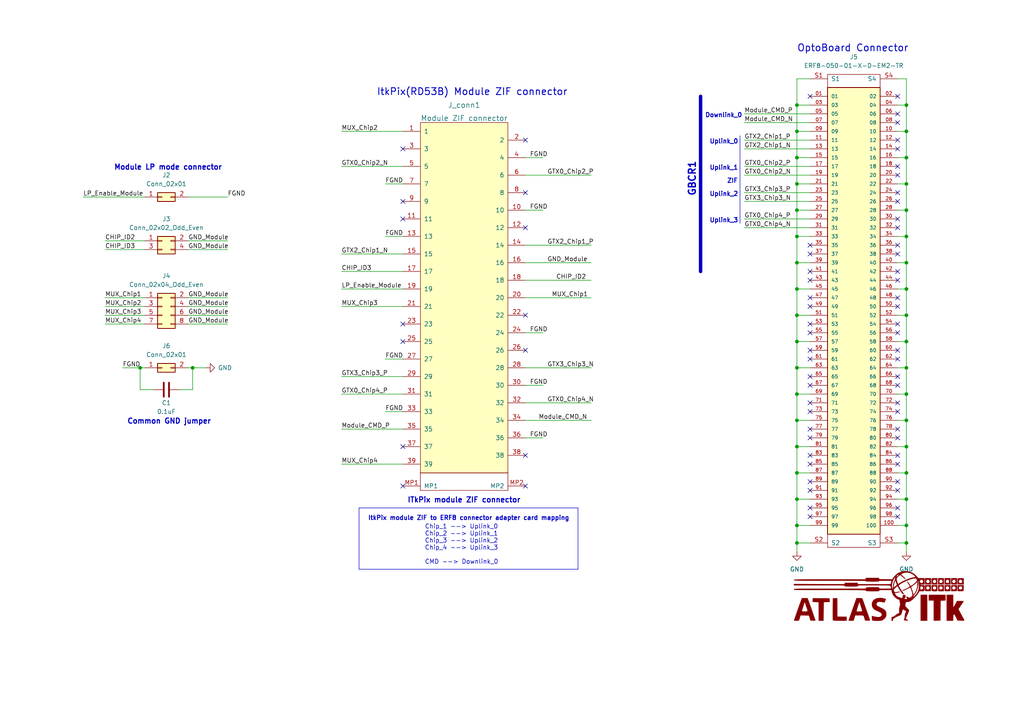
<source format=kicad_sch>
(kicad_sch (version 20230121) (generator eeschema)
  (paper "A4")
  (title_block (title "ZIF to ERF8 adapter card for ITkPix") (date "29/11/2022") (rev "V1") (company "INFN-LNF") (comment 1 "Email: zazachubin@gmail.com") (comment 2 "Author: Zaza Chubinidze"))
  (lib_symbols
    (symbol "Atlas_Itk_logo:LOGO" (pin_names (offset 1.016)))
    (symbol "Connector_Generic:Conn_02x01" (pin_names (offset 1.016) hide)
      (property "Reference" "J" (at 1.27 2.54 0))
      (property "Value" "Conn_02x01" (at 1.27 -2.54 0))
      (symbol "Conn_02x01_1_1"
        (pin passive line (at -5.08 0 0) (length 3.81) (name "Pin_1") (number "1"))
        (pin passive line (at 7.62 0 180) (length 3.81) (name "Pin_2") (number "2"))
      )
    )
    (symbol "Connector_Generic:Conn_02x02_Odd_Even" (pin_names (offset 1.016) hide)
      (property "Reference" "J" (at 1.27 2.54 0))
      (property "Value" "Conn_02x02_Odd_Even" (at 1.27 -5.08 0))
      (symbol "Conn_02x02_Odd_Even_1_1"
        (pin passive line (at -5.08 0 0) (length 3.81) (name "Pin_1") (number "1"))
        (pin passive line (at 7.62 0 180) (length 3.81) (name "Pin_2") (number "2"))
        (pin passive line (at -5.08 -2.54 0) (length 3.81) (name "Pin_3") (number "3"))
        (pin passive line (at 7.62 -2.54 180) (length 3.81) (name "Pin_4") (number "4"))
      )
    )
    (symbol "Connector_Generic:Conn_02x04_Odd_Even" (pin_names (offset 1.016) hide)
      (property "Reference" "J" (at 1.27 5.08 0))
      (property "Value" "Conn_02x04_Odd_Even" (at 1.27 -7.62 0))
      (symbol "Conn_02x04_Odd_Even_1_1"
        (pin passive line (at -5.08 2.54 0) (length 3.81) (name "Pin_1") (number "1"))
        (pin passive line (at 7.62 2.54 180) (length 3.81) (name "Pin_2") (number "2"))
        (pin passive line (at -5.08 0 0) (length 3.81) (name "Pin_3") (number "3"))
        (pin passive line (at 7.62 0 180) (length 3.81) (name "Pin_4") (number "4"))
        (pin passive line (at -5.08 -2.54 0) (length 3.81) (name "Pin_5") (number "5"))
        (pin passive line (at 7.62 -2.54 180) (length 3.81) (name "Pin_6") (number "6"))
        (pin passive line (at -5.08 -5.08 0) (length 3.81) (name "Pin_7") (number "7"))
        (pin passive line (at 7.62 -5.08 180) (length 3.81) (name "Pin_8") (number "8"))
      )
    )
    (symbol "Device:C" (pin_numbers hide) (pin_names (offset 0.254))
      (property "Reference" "C" (at 0.635 2.54 0))
      (property "Value" "C" (at 0.635 -2.54 0))
      (symbol "C_1_1"
        (pin passive line (at 0 3.81 270) (length 2.794) (name "~") (number "1"))
        (pin passive line (at 0 -3.81 90) (length 2.794) (name "~") (number "2"))
      )
    )
    (symbol "ERF8-050-01-X-D-EM2-TR:ERF8-050-01-X-D-EM2-TR" (pin_names (offset 1.016))
      (property "Reference" "J" (at -1.27 71.12 0))
      (property "Value" "ERF8-050-01-X-D-EM2-TR" (at -13.97 68.58 0))
      (symbol "ERF8-050-01-X-D-EM2-TR_0_0"
        (pin passive line (at -12.7 60.96 0) (length 5.08) (name "01") (number "01"))
        (pin passive line (at 12.7 60.96 180) (length 5.08) (name "02") (number "02"))
        (pin passive line (at -12.7 58.42 0) (length 5.08) (name "03") (number "03"))
        (pin passive line (at 12.7 58.42 180) (length 5.08) (name "04") (number "04"))
        (pin passive line (at -12.7 55.88 0) (length 5.08) (name "05") (number "05"))
        (pin passive line (at 12.7 55.88 180) (length 5.08) (name "06") (number "06"))
        (pin passive line (at -12.7 53.34 0) (length 5.08) (name "07") (number "07"))
        (pin passive line (at 12.7 53.34 180) (length 5.08) (name "08") (number "08"))
        (pin passive line (at -12.7 50.8 0) (length 5.08) (name "09") (number "09"))
        (pin passive line (at 12.7 50.8 180) (length 5.08) (name "10") (number "10"))
        (pin passive line (at 12.7 -63.5 180) (length 5.08) (name "100") (number "100"))
        (pin passive line (at -12.7 48.26 0) (length 5.08) (name "11") (number "11"))
        (pin passive line (at 12.7 48.26 180) (length 5.08) (name "12") (number "12"))
        (pin passive line (at -12.7 45.72 0) (length 5.08) (name "13") (number "13"))
        (pin passive line (at 12.7 45.72 180) (length 5.08) (name "14") (number "14"))
        (pin passive line (at -12.7 43.18 0) (length 5.08) (name "15") (number "15"))
        (pin passive line (at 12.7 43.18 180) (length 5.08) (name "16") (number "16"))
        (pin passive line (at -12.7 40.64 0) (length 5.08) (name "17") (number "17"))
        (pin passive line (at 12.7 40.64 180) (length 5.08) (name "18") (number "18"))
        (pin passive line (at -12.7 38.1 0) (length 5.08) (name "19") (number "19"))
        (pin passive line (at 12.7 38.1 180) (length 5.08) (name "20") (number "20"))
        (pin passive line (at -12.7 35.56 0) (length 5.08) (name "21") (number "21"))
        (pin passive line (at 12.7 35.56 180) (length 5.08) (name "22") (number "22"))
        (pin passive line (at -12.7 33.02 0) (length 5.08) (name "23") (number "23"))
        (pin passive line (at 12.7 33.02 180) (length 5.08) (name "24") (number "24"))
        (pin passive line (at -12.7 30.48 0) (length 5.08) (name "25") (number "25"))
        (pin passive line (at 12.7 30.48 180) (length 5.08) (name "26") (number "26"))
        (pin passive line (at -12.7 27.94 0) (length 5.08) (name "27") (number "27"))
        (pin passive line (at 12.7 27.94 180) (length 5.08) (name "28") (number "28"))
        (pin passive line (at -12.7 25.4 0) (length 5.08) (name "29") (number "29"))
        (pin passive line (at 12.7 25.4 180) (length 5.08) (name "30") (number "30"))
        (pin passive line (at -12.7 22.86 0) (length 5.08) (name "31") (number "31"))
        (pin passive line (at 12.7 22.86 180) (length 5.08) (name "32") (number "32"))
        (pin passive line (at -12.7 20.32 0) (length 5.08) (name "33") (number "33"))
        (pin passive line (at 12.7 20.32 180) (length 5.08) (name "34") (number "34"))
        (pin passive line (at -12.7 17.78 0) (length 5.08) (name "35") (number "35"))
        (pin passive line (at 12.7 17.78 180) (length 5.08) (name "36") (number "36"))
        (pin passive line (at -12.7 15.24 0) (length 5.08) (name "37") (number "37"))
        (pin passive line (at 12.7 15.24 180) (length 5.08) (name "38") (number "38"))
        (pin passive line (at -12.7 12.7 0) (length 5.08) (name "39") (number "39"))
        (pin passive line (at 12.7 12.7 180) (length 5.08) (name "40") (number "40"))
        (pin passive line (at -12.7 10.16 0) (length 5.08) (name "41") (number "41"))
        (pin passive line (at 12.7 10.16 180) (length 5.08) (name "42") (number "42"))
        (pin passive line (at -12.7 7.62 0) (length 5.08) (name "43") (number "43"))
        (pin passive line (at 12.7 7.62 180) (length 5.08) (name "44") (number "44"))
        (pin passive line (at -12.7 5.08 0) (length 5.08) (name "45") (number "45"))
        (pin passive line (at 12.7 5.08 180) (length 5.08) (name "46") (number "46"))
        (pin passive line (at -12.7 2.54 0) (length 5.08) (name "47") (number "47"))
        (pin passive line (at 12.7 2.54 180) (length 5.08) (name "48") (number "48"))
        (pin passive line (at -12.7 0 0) (length 5.08) (name "49") (number "49"))
        (pin passive line (at 12.7 0 180) (length 5.08) (name "50") (number "50"))
        (pin passive line (at -12.7 -2.54 0) (length 5.08) (name "51") (number "51"))
        (pin passive line (at 12.7 -2.54 180) (length 5.08) (name "52") (number "52"))
        (pin passive line (at -12.7 -5.08 0) (length 5.08) (name "53") (number "53"))
        (pin passive line (at 12.7 -5.08 180) (length 5.08) (name "54") (number "54"))
        (pin passive line (at -12.7 -7.62 0) (length 5.08) (name "55") (number "55"))
        (pin passive line (at 12.7 -7.62 180) (length 5.08) (name "56") (number "56"))
        (pin passive line (at -12.7 -10.16 0) (length 5.08) (name "57") (number "57"))
        (pin passive line (at 12.7 -10.16 180) (length 5.08) (name "58") (number "58"))
        (pin passive line (at -12.7 -12.7 0) (length 5.08) (name "59") (number "59"))
        (pin passive line (at 12.7 -12.7 180) (length 5.08) (name "60") (number "60"))
        (pin passive line (at -12.7 -15.24 0) (length 5.08) (name "61") (number "61"))
        (pin passive line (at 12.7 -15.24 180) (length 5.08) (name "62") (number "62"))
        (pin passive line (at -12.7 -17.78 0) (length 5.08) (name "63") (number "63"))
        (pin passive line (at 12.7 -17.78 180) (length 5.08) (name "64") (number "64"))
        (pin passive line (at -12.7 -20.32 0) (length 5.08) (name "65") (number "65"))
        (pin passive line (at 12.7 -20.32 180) (length 5.08) (name "66") (number "66"))
        (pin passive line (at -12.7 -22.86 0) (length 5.08) (name "67") (number "67"))
        (pin passive line (at 12.7 -22.86 180) (length 5.08) (name "68") (number "68"))
        (pin passive line (at -12.7 -25.4 0) (length 5.08) (name "69") (number "69"))
        (pin passive line (at 12.7 -25.4 180) (length 5.08) (name "70") (number "70"))
        (pin passive line (at -12.7 -27.94 0) (length 5.08) (name "71") (number "71"))
        (pin passive line (at 12.7 -27.94 180) (length 5.08) (name "72") (number "72"))
        (pin passive line (at -12.7 -30.48 0) (length 5.08) (name "73") (number "73"))
        (pin passive line (at 12.7 -30.48 180) (length 5.08) (name "74") (number "74"))
        (pin passive line (at -12.7 -33.02 0) (length 5.08) (name "75") (number "75"))
        (pin passive line (at 12.7 -33.02 180) (length 5.08) (name "76") (number "76"))
        (pin passive line (at -12.7 -35.56 0) (length 5.08) (name "77") (number "77"))
        (pin passive line (at 12.7 -35.56 180) (length 5.08) (name "78") (number "78"))
        (pin passive line (at -12.7 -38.1 0) (length 5.08) (name "79") (number "79"))
        (pin passive line (at 12.7 -38.1 180) (length 5.08) (name "80") (number "80"))
        (pin passive line (at -12.7 -40.64 0) (length 5.08) (name "81") (number "81"))
        (pin passive line (at 12.7 -40.64 180) (length 5.08) (name "82") (number "82"))
        (pin passive line (at -12.7 -43.18 0) (length 5.08) (name "83") (number "83"))
        (pin passive line (at 12.7 -43.18 180) (length 5.08) (name "84") (number "84"))
        (pin passive line (at -12.7 -45.72 0) (length 5.08) (name "85") (number "85"))
        (pin passive line (at 12.7 -45.72 180) (length 5.08) (name "86") (number "86"))
        (pin passive line (at -12.7 -48.26 0) (length 5.08) (name "87") (number "87"))
        (pin passive line (at 12.7 -48.26 180) (length 5.08) (name "88") (number "88"))
        (pin passive line (at -12.7 -50.8 0) (length 5.08) (name "89") (number "89"))
        (pin passive line (at 12.7 -50.8 180) (length 5.08) (name "90") (number "90"))
        (pin passive line (at -12.7 -53.34 0) (length 5.08) (name "91") (number "91"))
        (pin passive line (at 12.7 -53.34 180) (length 5.08) (name "92") (number "92"))
        (pin passive line (at -12.7 -55.88 0) (length 5.08) (name "93") (number "93"))
        (pin passive line (at 12.7 -55.88 180) (length 5.08) (name "94") (number "94"))
        (pin passive line (at -12.7 -58.42 0) (length 5.08) (name "95") (number "95"))
        (pin passive line (at 12.7 -58.42 180) (length 5.08) (name "96") (number "96"))
        (pin passive line (at -12.7 -60.96 0) (length 5.08) (name "97") (number "97"))
        (pin passive line (at 12.7 -60.96 180) (length 5.08) (name "98") (number "98"))
        (pin passive line (at -12.7 -63.5 0) (length 5.08) (name "99") (number "99"))
      )
      (symbol "ERF8-050-01-X-D-EM2-TR_1_1"
        (pin passive line (at -12.7 66.04 0) (length 5.08) (name "S1") (number "S1"))
        (pin passive line (at -12.7 -68.58 0) (length 5.08) (name "S2") (number "S2"))
        (pin passive line (at 12.7 -68.58 180) (length 5.08) (name "S3") (number "S3"))
        (pin passive line (at 12.7 66.04 180) (length 5.08) (name "S4") (number "S4"))
      )
    )
    (symbol "Molex-502598-3993:ConnSingle" (pin_names (offset 1.016))
      (property "Reference" "J_conn1" (at 2.54 63.5 0))
      (property "Value" "ConnSingle" (at 2.54 59.69 0))
      (symbol "ConnSingle_0_0"
        (pin bidirectional line (at -15.24 45.72 0) (length 5.08) (name "5") (number "5"))
      )
      (symbol "ConnSingle_1_1"
        (pin bidirectional line (at -15.24 55.88 0) (length 5.08) (name "1") (number "1"))
        (pin bidirectional line (at 20.32 33.02 180) (length 5.08) (name "10") (number "10"))
        (pin bidirectional line (at -15.24 30.48 0) (length 5.08) (name "11") (number "11"))
        (pin bidirectional line (at 20.32 27.94 180) (length 5.08) (name "12") (number "12"))
        (pin bidirectional line (at -15.24 25.4 0) (length 5.08) (name "13") (number "13"))
        (pin bidirectional line (at 20.32 22.86 180) (length 5.08) (name "14") (number "14"))
        (pin bidirectional line (at -15.24 20.32 0) (length 5.08) (name "15") (number "15"))
        (pin bidirectional line (at 20.32 17.78 180) (length 5.08) (name "16") (number "16"))
        (pin bidirectional line (at -15.24 15.24 0) (length 5.08) (name "17") (number "17"))
        (pin bidirectional line (at 20.32 12.7 180) (length 5.08) (name "18") (number "18"))
        (pin bidirectional line (at -15.24 10.16 0) (length 5.08) (name "19") (number "19"))
        (pin bidirectional line (at 20.32 53.34 180) (length 5.08) (name "2") (number "2"))
        (pin bidirectional line (at 20.32 7.62 180) (length 5.08) (name "20") (number "20"))
        (pin bidirectional line (at -15.24 5.08 0) (length 5.08) (name "21") (number "21"))
        (pin bidirectional line (at 20.32 2.54 180) (length 5.08) (name "22") (number "22"))
        (pin bidirectional line (at -15.24 0 0) (length 5.08) (name "23") (number "23"))
        (pin bidirectional line (at 20.32 -2.54 180) (length 5.08) (name "24") (number "24"))
        (pin bidirectional line (at -15.24 -5.08 0) (length 5.08) (name "25") (number "25"))
        (pin bidirectional line (at 20.32 -7.62 180) (length 5.08) (name "26") (number "26"))
        (pin bidirectional line (at -15.24 -10.16 0) (length 5.08) (name "27") (number "27"))
        (pin bidirectional line (at 20.32 -12.7 180) (length 5.08) (name "28") (number "28"))
        (pin bidirectional line (at -15.24 -15.24 0) (length 5.08) (name "29") (number "29"))
        (pin bidirectional line (at -15.24 50.8 0) (length 5.08) (name "3") (number "3"))
        (pin bidirectional line (at 20.32 -17.78 180) (length 5.08) (name "30") (number "30"))
        (pin bidirectional line (at -15.24 -20.32 0) (length 5.08) (name "31") (number "31"))
        (pin bidirectional line (at 20.32 -22.86 180) (length 5.08) (name "32") (number "32"))
        (pin bidirectional line (at -15.24 -25.4 0) (length 5.08) (name "33") (number "33"))
        (pin bidirectional line (at 20.32 -27.94 180) (length 5.08) (name "34") (number "34"))
        (pin bidirectional line (at -15.24 -30.48 0) (length 5.08) (name "35") (number "35"))
        (pin bidirectional line (at 20.32 -33.02 180) (length 5.08) (name "36") (number "36"))
        (pin bidirectional line (at -15.24 -35.56 0) (length 5.08) (name "37") (number "37"))
        (pin bidirectional line (at 20.32 -38.1 180) (length 5.08) (name "38") (number "38"))
        (pin bidirectional line (at -15.24 -40.64 0) (length 5.08) (name "39") (number "39"))
        (pin bidirectional line (at 20.32 48.26 180) (length 5.08) (name "4") (number "4"))
        (pin bidirectional line (at 20.32 43.18 180) (length 5.08) (name "6") (number "6"))
        (pin bidirectional line (at -15.24 40.64 0) (length 5.08) (name "7") (number "7"))
        (pin bidirectional line (at 20.32 38.1 180) (length 5.08) (name "8") (number "8"))
        (pin bidirectional line (at -15.24 35.56 0) (length 5.08) (name "9") (number "9"))
        (pin power_in line (at -15.24 -46.99 0) (length 5.08) (name "MP1") (number "MP1"))
        (pin power_in line (at 20.32 -46.99 180) (length 5.08) (name "MP2") (number "MP2"))
      )
    )
    (symbol "power:GND" (power) (pin_names (offset 0))
      (property "Value" "GND" (at 0 -3.81 0))
      (symbol "GND_1_1"
        (pin power_in line (at 0 0 270) (length 0) hide (name "GND") (number "1"))
      )
    )
  )
  (junction (at 262.89 83.82))
  (junction (at 231.14 30.48))
  (junction (at 262.89 114.3))
  (junction (at 262.89 137.16))
  (junction (at 231.14 83.82))
  (junction (at 231.14 38.1))
  (junction (at 231.14 137.16))
  (junction (at 231.14 99.06))
  (junction (at 262.89 144.78))
  (junction (at 231.14 45.72))
  (junction (at 231.14 91.44))
  (junction (at 262.89 76.2))
  (junction (at 231.14 106.68))
  (junction (at 262.89 45.72))
  (junction (at 231.14 60.96))
  (junction (at 262.89 60.96))
  (junction (at 262.89 91.44))
  (junction (at 262.89 157.48))
  (junction (at 262.89 30.48))
  (junction (at 262.89 53.34))
  (junction (at 231.14 157.48))
  (junction (at 231.14 76.2))
  (junction (at 262.89 121.92))
  (junction (at 55.88 106.68))
  (junction (at 231.14 121.92))
  (junction (at 231.14 68.58))
  (junction (at 262.89 99.06))
  (junction (at 231.14 53.34))
  (junction (at 231.14 144.78))
  (junction (at 231.14 114.3))
  (junction (at 262.89 68.58))
  (junction (at 262.89 129.54))
  (junction (at 40.64 106.68))
  (junction (at 262.89 152.4))
  (junction (at 231.14 129.54))
  (junction (at 262.89 106.68))
  (junction (at 262.89 38.1))
  (junction (at 231.14 152.4))
  (no_connect (at 234.95 142.24))
  (no_connect (at 260.35 96.52))
  (no_connect (at 234.95 27.94))
  (no_connect (at 260.35 66.04))
  (no_connect (at 260.35 55.88))
  (no_connect (at 260.35 142.24))
  (no_connect (at 260.35 101.6))
  (no_connect (at 260.35 111.76))
  (no_connect (at 234.95 134.62))
  (no_connect (at 234.95 78.74))
  (no_connect (at 234.95 86.36))
  (no_connect (at 234.95 147.32))
  (no_connect (at 260.35 134.62))
  (no_connect (at 234.95 93.98))
  (no_connect (at 260.35 127))
  (no_connect (at 234.95 96.52))
  (no_connect (at 260.35 147.32))
  (no_connect (at 260.35 43.18))
  (no_connect (at 234.95 109.22))
  (no_connect (at 152.4 40.64))
  (no_connect (at 116.84 58.42))
  (no_connect (at 234.95 119.38))
  (no_connect (at 116.84 43.18))
  (no_connect (at 260.35 119.38))
  (no_connect (at 116.84 140.97))
  (no_connect (at 116.84 63.5))
  (no_connect (at 152.4 132.08))
  (no_connect (at 260.35 58.42))
  (no_connect (at 260.35 81.28))
  (no_connect (at 116.84 129.54))
  (no_connect (at 260.35 132.08))
  (no_connect (at 234.95 71.12))
  (no_connect (at 234.95 81.28))
  (no_connect (at 260.35 93.98))
  (no_connect (at 234.95 127))
  (no_connect (at 260.35 124.46))
  (no_connect (at 260.35 63.5))
  (no_connect (at 260.35 109.22))
  (no_connect (at 260.35 104.14))
  (no_connect (at 116.84 99.06))
  (no_connect (at 260.35 50.8))
  (no_connect (at 260.35 35.56))
  (no_connect (at 260.35 73.66))
  (no_connect (at 234.95 111.76))
  (no_connect (at 234.95 139.7))
  (no_connect (at 234.95 132.08))
  (no_connect (at 234.95 101.6))
  (no_connect (at 234.95 149.86))
  (no_connect (at 234.95 88.9))
  (no_connect (at 260.35 27.94))
  (no_connect (at 260.35 86.36))
  (no_connect (at 260.35 78.74))
  (no_connect (at 152.4 66.04))
  (no_connect (at 234.95 104.14))
  (no_connect (at 152.4 101.6))
  (no_connect (at 234.95 73.66))
  (no_connect (at 152.4 140.97))
  (no_connect (at 260.35 149.86))
  (no_connect (at 260.35 71.12))
  (no_connect (at 260.35 33.02))
  (no_connect (at 260.35 116.84))
  (no_connect (at 116.84 93.98))
  (no_connect (at 152.4 55.88))
  (no_connect (at 260.35 88.9))
  (no_connect (at 260.35 48.26))
  (no_connect (at 260.35 139.7))
  (no_connect (at 260.35 40.64))
  (no_connect (at 234.95 124.46))
  (no_connect (at 234.95 116.84))
  (no_connect (at 152.4 91.44))
  (wire (pts (xy 260.35 22.86) (xy 262.89 22.86)))
  (wire (pts (xy 54.61 69.85) (xy 66.04 69.85)))
  (wire (pts (xy 54.61 57.15) (xy 66.04 57.15)))
  (wire (pts (xy 234.95 144.78) (xy 231.14 144.78)))
  (wire (pts (xy 111.76 119.38) (xy 116.84 119.38)))
  (wire (pts (xy 234.95 157.48) (xy 231.14 157.48)))
  (wire (pts (xy 99.06 124.46) (xy 116.84 124.46)))
  (polyline (pts (xy 167.64 147.32) (xy 167.64 165.1)))
  (wire (pts (xy 234.95 137.16) (xy 231.14 137.16)))
  (wire (pts (xy 260.35 106.68) (xy 262.89 106.68)))
  (wire (pts (xy 54.61 91.44) (xy 66.04 91.44)))
  (wire (pts (xy 260.35 53.34) (xy 262.89 53.34)))
  (wire (pts (xy 215.9 35.56) (xy 234.95 35.56)))
  (wire (pts (xy 54.61 93.98) (xy 66.04 93.98)))
  (wire (pts (xy 231.14 83.82) (xy 231.14 91.44)))
  (polyline (pts (xy 104.14 147.32) (xy 167.64 147.32)))
  (wire (pts (xy 260.35 91.44) (xy 262.89 91.44)))
  (wire (pts (xy 111.76 104.14) (xy 116.84 104.14)))
  (wire (pts (xy 54.61 106.68) (xy 55.88 106.68)))
  (wire (pts (xy 260.35 60.96) (xy 262.89 60.96)))
  (wire (pts (xy 231.14 114.3) (xy 231.14 121.92)))
  (wire (pts (xy 234.95 91.44) (xy 231.14 91.44)))
  (wire (pts (xy 262.89 76.2) (xy 262.89 83.82)))
  (wire (pts (xy 30.48 88.9) (xy 41.91 88.9)))
  (wire (pts (xy 231.14 91.44) (xy 231.14 99.06)))
  (wire (pts (xy 262.89 30.48) (xy 262.89 38.1)))
  (wire (pts (xy 152.4 81.28) (xy 171.45 81.28)))
  (wire (pts (xy 260.35 99.06) (xy 262.89 99.06)))
  (wire (pts (xy 152.4 106.68) (xy 171.45 106.68)))
  (wire (pts (xy 55.88 106.68) (xy 59.69 106.68)))
  (wire (pts (xy 215.9 55.88) (xy 234.95 55.88)))
  (wire (pts (xy 152.4 76.2) (xy 171.45 76.2)))
  (wire (pts (xy 234.95 38.1) (xy 231.14 38.1)))
  (wire (pts (xy 260.35 157.48) (xy 262.89 157.48)))
  (wire (pts (xy 152.4 111.76) (xy 157.48 111.76)))
  (wire (pts (xy 152.4 71.12) (xy 171.45 71.12)))
  (wire (pts (xy 54.61 88.9) (xy 66.04 88.9)))
  (wire (pts (xy 260.35 144.78) (xy 262.89 144.78)))
  (wire (pts (xy 231.14 45.72) (xy 231.14 53.34)))
  (wire (pts (xy 260.35 129.54) (xy 262.89 129.54)))
  (wire (pts (xy 262.89 152.4) (xy 262.89 157.48)))
  (wire (pts (xy 152.4 116.84) (xy 171.45 116.84)))
  (wire (pts (xy 152.4 96.52) (xy 157.48 96.52)))
  (wire (pts (xy 231.14 53.34) (xy 231.14 60.96)))
  (wire (pts (xy 231.14 22.86) (xy 231.14 30.48)))
  (wire (pts (xy 99.06 38.1) (xy 116.84 38.1)))
  (wire (pts (xy 215.9 33.02) (xy 234.95 33.02)))
  (wire (pts (xy 215.9 58.42) (xy 234.95 58.42)))
  (wire (pts (xy 234.95 114.3) (xy 231.14 114.3)))
  (wire (pts (xy 260.35 83.82) (xy 262.89 83.82)))
  (wire (pts (xy 231.14 157.48) (xy 231.14 160.02)))
  (wire (pts (xy 152.4 86.36) (xy 171.45 86.36)))
  (wire (pts (xy 99.06 73.66) (xy 116.84 73.66)))
  (wire (pts (xy 234.95 76.2) (xy 231.14 76.2)))
  (wire (pts (xy 260.35 114.3) (xy 262.89 114.3)))
  (wire (pts (xy 231.14 68.58) (xy 231.14 76.2)))
  (wire (pts (xy 231.14 144.78) (xy 231.14 152.4)))
  (wire (pts (xy 40.64 106.68) (xy 40.64 113.03)))
  (wire (pts (xy 215.9 66.04) (xy 234.95 66.04)))
  (wire (pts (xy 262.89 60.96) (xy 262.89 68.58)))
  (wire (pts (xy 260.35 68.58) (xy 262.89 68.58)))
  (wire (pts (xy 260.35 38.1) (xy 262.89 38.1)))
  (wire (pts (xy 234.95 60.96) (xy 231.14 60.96)))
  (wire (pts (xy 260.35 45.72) (xy 262.89 45.72)))
  (wire (pts (xy 234.95 152.4) (xy 231.14 152.4)))
  (wire (pts (xy 262.89 106.68) (xy 262.89 114.3)))
  (polyline (pts (xy 104.14 165.1) (xy 167.64 165.1)))
  (wire (pts (xy 231.14 137.16) (xy 231.14 144.78)))
  (wire (pts (xy 262.89 68.58) (xy 262.89 76.2)))
  (wire (pts (xy 234.95 53.34) (xy 231.14 53.34)))
  (wire (pts (xy 262.89 91.44) (xy 262.89 99.06)))
  (wire (pts (xy 234.95 83.82) (xy 231.14 83.82)))
  (wire (pts (xy 262.89 99.06) (xy 262.89 106.68)))
  (wire (pts (xy 215.9 50.8) (xy 234.95 50.8)))
  (wire (pts (xy 262.89 45.72) (xy 262.89 53.34)))
  (wire (pts (xy 99.06 114.3) (xy 116.84 114.3)))
  (polyline (pts (xy 104.14 147.32) (xy 104.14 165.1)))
  (wire (pts (xy 99.06 78.74) (xy 116.84 78.74)))
  (wire (pts (xy 262.89 144.78) (xy 262.89 152.4)))
  (wire (pts (xy 234.95 121.92) (xy 231.14 121.92)))
  (wire (pts (xy 24.13 57.15) (xy 41.91 57.15)))
  (wire (pts (xy 54.61 86.36) (xy 66.04 86.36)))
  (wire (pts (xy 262.89 114.3) (xy 262.89 121.92)))
  (wire (pts (xy 234.95 129.54) (xy 231.14 129.54)))
  (wire (pts (xy 260.35 137.16) (xy 262.89 137.16)))
  (wire (pts (xy 262.89 129.54) (xy 262.89 137.16)))
  (wire (pts (xy 99.06 109.22) (xy 116.84 109.22)))
  (wire (pts (xy 30.48 91.44) (xy 41.91 91.44)))
  (wire (pts (xy 40.64 106.68) (xy 41.91 106.68)))
  (wire (pts (xy 260.35 152.4) (xy 262.89 152.4)))
  (wire (pts (xy 111.76 53.34) (xy 116.84 53.34)))
  (wire (pts (xy 260.35 121.92) (xy 262.89 121.92)))
  (wire (pts (xy 30.48 69.85) (xy 41.91 69.85)))
  (wire (pts (xy 262.89 38.1) (xy 262.89 45.72)))
  (wire (pts (xy 215.9 63.5) (xy 234.95 63.5)))
  (wire (pts (xy 231.14 76.2) (xy 231.14 83.82)))
  (wire (pts (xy 152.4 50.8) (xy 171.45 50.8)))
  (wire (pts (xy 99.06 48.26) (xy 116.84 48.26)))
  (wire (pts (xy 234.95 99.06) (xy 231.14 99.06)))
  (wire (pts (xy 231.14 129.54) (xy 231.14 137.16)))
  (wire (pts (xy 55.88 113.03) (xy 55.88 106.68)))
  (polyline (pts (xy 214.63 39.37) (xy 214.63 64.77)))
  (wire (pts (xy 234.95 45.72) (xy 231.14 45.72)))
  (wire (pts (xy 30.48 93.98) (xy 41.91 93.98)))
  (wire (pts (xy 99.06 134.62) (xy 116.84 134.62)))
  (wire (pts (xy 262.89 53.34) (xy 262.89 60.96)))
  (wire (pts (xy 260.35 30.48) (xy 262.89 30.48)))
  (wire (pts (xy 262.89 22.86) (xy 262.89 30.48)))
  (wire (pts (xy 35.56 106.68) (xy 40.64 106.68)))
  (wire (pts (xy 231.14 60.96) (xy 231.14 68.58)))
  (wire (pts (xy 54.61 72.39) (xy 66.04 72.39)))
  (wire (pts (xy 262.89 137.16) (xy 262.89 144.78)))
  (wire (pts (xy 152.4 121.92) (xy 171.45 121.92)))
  (wire (pts (xy 52.07 113.03) (xy 55.88 113.03)))
  (wire (pts (xy 234.95 30.48) (xy 231.14 30.48)))
  (wire (pts (xy 231.14 99.06) (xy 231.14 106.68)))
  (wire (pts (xy 231.14 152.4) (xy 231.14 157.48)))
  (wire (pts (xy 231.14 121.92) (xy 231.14 129.54)))
  (wire (pts (xy 234.95 22.86) (xy 231.14 22.86)))
  (wire (pts (xy 99.06 88.9) (xy 116.84 88.9)))
  (wire (pts (xy 152.4 45.72) (xy 157.48 45.72)))
  (wire (pts (xy 231.14 38.1) (xy 231.14 45.72)))
  (wire (pts (xy 262.89 157.48) (xy 262.89 160.02)))
  (wire (pts (xy 260.35 76.2) (xy 262.89 76.2)))
  (wire (pts (xy 234.95 68.58) (xy 231.14 68.58)))
  (wire (pts (xy 215.9 43.18) (xy 234.95 43.18)))
  (wire (pts (xy 152.4 60.96) (xy 157.48 60.96)))
  (wire (pts (xy 152.4 127) (xy 157.48 127)))
  (wire (pts (xy 30.48 72.39) (xy 41.91 72.39)))
  (wire (pts (xy 231.14 106.68) (xy 231.14 114.3)))
  (wire (pts (xy 262.89 121.92) (xy 262.89 129.54)))
  (wire (pts (xy 111.76 68.58) (xy 116.84 68.58)))
  (wire (pts (xy 231.14 30.48) (xy 231.14 38.1)))
  (wire (pts (xy 234.95 106.68) (xy 231.14 106.68)))
  (wire (pts (xy 215.9 40.64) (xy 234.95 40.64)))
  (wire (pts (xy 99.06 83.82) (xy 116.84 83.82)))
  (polyline (pts (xy 203.2 27.94) (xy 203.2 78.74)) (stroke (width 1)))
  (wire (pts (xy 40.64 113.03) (xy 44.45 113.03)))
  (wire (pts (xy 262.89 83.82) (xy 262.89 91.44)))
  (wire (pts (xy 215.9 48.26) (xy 234.95 48.26)))
  (wire (pts (xy 30.48 86.36) (xy 41.91 86.36)))
  (text "Downlink_0" (at 204.47 34.29 0) (effects (font (size 1.27 1.27) (thickness 0.254) bold) (justify left bottom)))
  (text "Uplink_0" (at 205.74 41.91 0) (effects (font (size 1.27 1.27) (thickness 0.254) bold) (justify left bottom)))
  (text "ItkPix(RD53B) Module ZIF connector" (at 109.22 27.94 0) (effects (font (size 2 2) (thickness 0.254) bold) (justify left bottom)))
  (text "Chip_1 --> Uplink_0\nChip_2 --> Uplink_1\nChip_3 --> Uplink_2\nChip_4 --> Uplink_3\n\nCMD --> Downlink_0" (at 123.19 163.83 0) (effects (font (size 1.27 1.27)) (justify left bottom)))
  (text "Common GND jumper" (at 36.83 123.19 0) (effects (font (size 1.5 1.5) (thickness 0.3) bold) (justify left bottom)))
  (text "Module LP mode connector" (at 33.02 49.53 0) (effects (font (size 1.5 1.5) (thickness 0.3) bold) (justify left bottom)))
  (text "ItkPix module ZIF to ERF8 connector adapter card mapping" (at 106.68 151.13 0) (effects (font (size 1.27 1.27) (thickness 0.254) bold) (justify left bottom)))
  (text "ZIF" (at 210.82 53.34 0) (effects (font (size 1.27 1.27) (thickness 0.254) bold) (justify left bottom)))
  (text "Uplink_3" (at 205.74 64.77 0) (effects (font (size 1.27 1.27) (thickness 0.254) bold) (justify left bottom)))
  (text "GBCR1" (at 201.93 57.15 90) (effects (font (size 2 2) (thickness 0.4) bold) (justify left bottom)))
  (text "ITkPix module ZIF connector" (at 118.11 146.05 0) (effects (font (size 1.5 1.5) (thickness 0.3) bold) (justify left bottom)))
  (text "Uplink_2" (at 205.74 57.15 0) (effects (font (size 1.27 1.27) (thickness 0.254) bold) (justify left bottom)))
  (text "OptoBoard Connector" (at 231.14 15.24 0) (effects (font (size 2 2) (thickness 0.254) bold) (justify left bottom)))
  (text "Uplink_1" (at 205.74 49.53 0) (effects (font (size 1.27 1.27) (thickness 0.254) bold) (justify left bottom)))
  (label "GTX2_Chip1_N" (at 99.06 73.66 0))
  (label "MUX_Chip4" (at 30.48 93.98 0))
  (label "FGND" (at 35.56 106.68 0))
  (label "Module_CMD_P" (at 99.06 124.46 0))
  (label "FGND" (at 153.67 96.52 0))
  (label "LP_Enable_Module" (at 24.13 57.15 0))
  (label "FGND" (at 153.67 127 0))
  (label "CHIP_ID2" (at 30.48 69.85 0))
  (label "MUX_Chip4" (at 99.06 134.62 0))
  (label "FGND" (at 66.04 57.15 0))
  (label "FGND" (at 153.67 45.72 0))
  (label "FGND" (at 153.67 60.96 0))
  (label "MUX_Chip2" (at 30.48 88.9 0))
  (label "GTX2_Chip1_P" (at 158.75 71.12 0))
  (label "Module_CMD_N" (at 156.21 121.92 0))
  (label "GTX3_Chip3_P" (at 99.06 109.22 0))
  (label "GTX0_Chip4_N" (at 215.9 66.04 0))
  (label "GND_Module" (at 54.61 88.9 0))
  (label "GTX2_Chip1_P" (at 215.9 40.64 0))
  (label "FGND" (at 111.76 68.58 0))
  (label "GND_Module" (at 54.61 86.36 0))
  (label "MUX_Chip1" (at 30.48 86.36 0))
  (label "GND_Module" (at 54.61 91.44 0))
  (label "GTX0_Chip2_N" (at 99.06 48.26 0))
  (label "MUX_Chip3" (at 30.48 91.44 0))
  (label "GTX0_Chip2_P" (at 158.75 50.8 0))
  (label "GTX0_Chip2_N" (at 215.9 50.8 0))
  (label "FGND" (at 111.76 104.14 0))
  (label "FGND" (at 111.76 53.34 0))
  (label "GND_Module" (at 54.61 72.39 0))
  (label "GND_Module" (at 158.75 76.2 0))
  (label "GTX0_Chip4_P" (at 215.9 63.5 0))
  (label "FGND" (at 153.67 111.76 0))
  (label "FGND" (at 111.76 119.38 0))
  (label "GTX2_Chip1_N" (at 215.9 43.18 0))
  (label "MUX_Chip1" (at 160.02 86.36 0))
  (label "GTX3_Chip3_N" (at 158.75 106.68 0))
  (label "GTX0_Chip4_P" (at 99.06 114.3 0))
  (label "GND_Module" (at 54.61 69.85 0))
  (label "GTX3_Chip3_N" (at 215.9 58.42 0))
  (label "GND_Module" (at 54.61 93.98 0))
  (label "CHIP_ID3" (at 99.06 78.74 0))
  (label "GTX0_Chip4_N" (at 158.75 116.84 0))
  (label "CHIP_ID3" (at 30.48 72.39 0))
  (label "LP_Enable_Module" (at 99.06 83.82 0))
  (label "GTX0_Chip2_P" (at 215.9 48.26 0))
  (label "GTX3_Chip3_P" (at 215.9 55.88 0))
  (label "CHIP_ID2" (at 161.29 81.28 0))
  (label "MUX_Chip3" (at 99.06 88.9 0))
  (label "Module_CMD_N" (at 215.9 35.56 0))
  (label "Module_CMD_P" (at 215.9 33.02 0))
  (label "MUX_Chip2" (at 99.06 38.1 0))
  (symbol (lib_id "ERF8-050-01-X-D-EM2-TR:ERF8-050-01-X-D-EM2-TR") (at 247.65 88.9 0) (unit 1)
    (property "Reference" "J5" (at 247.65 16.51 0))
    (property "Value" "ERF8-050-01-X-D-EM2-TR" (at 247.65 19.05 0))
    (property "Footprint" "Library:SAMTEC_ERF8-050-01-X-D-EM2-TR" (effects hide))
    (property "PARTREV" "H" (effects hide))
    (property "MAXIMUM_PACKAGE_HEIGHT" "5.6mm" (effects hide))
    (property "STANDARD" "Manufacturer Recommendations" (effects hide))
    (property "MANUFACTURER" "Samtec" (effects hide))
  )
  (symbol (lib_id "Molex-502598-3993:ConnSingle") (at 132.08 93.98 0) (unit 1)
    (property "Reference" "J_conn1" (at 134.62 30.48 0) (effects (font (size 1.524 1.524))))
    (property "Value" "Module ZIF connector" (at 134.62 34.29 0) (effects (font (size 1.524 1.524))))
    (property "Footprint" "Library:Molex-502598-3993" (effects hide))
  )
  (symbol (lib_id "Connector_Generic:Conn_02x01") (at 46.99 57.15 0) (unit 1)
    (property "Reference" "J2" (at 48.26 50.8 0))
    (property "Value" "Conn_02x01" (at 48.26 53.34 0))
    (property "Footprint" "Connector_PinHeader_2.54mm:PinHeader_2x01_P2.54mm_Vertical" (effects hide))
  )
  (symbol (lib_id "Atlas_Itk_logo:LOGO") (at 255.27 173.99 0) (unit 1)
    (property "Reference" "#G1" (effects hide))
    (property "Value" "LOGO" (effects hide))
  )
  (symbol (lib_id "Device:C") (at 48.26 113.03 90) (unit 1)
    (property "Reference" "C1" (at 48.26 116.84 90))
    (property "Value" "0.1uF" (at 48.26 119.38 90))
    (property "Footprint" "Capacitor_SMD:C_0805_2012Metric" (effects hide))
  )
  (symbol (lib_id "power:GND") (at 262.89 160.02 0) (unit 1)
    (property "Reference" "#PWR0108" (effects hide))
    (property "Value" "GND" (at 262.89 165.1 0))
  )
  (symbol (lib_id "power:GND") (at 231.14 160.02 0) (unit 1)
    (property "Reference" "#PWR0107" (effects hide))
    (property "Value" "GND" (at 231.14 165.1 0))
  )
  (symbol (lib_id "power:GND") (at 59.69 106.68 90) (unit 1)
    (property "Reference" "#PWR0105" (effects hide))
    (property "Value" "GND" (at 67.31 106.68 90) (effects (justify left)))
  )
  (symbol (lib_id "Connector_Generic:Conn_02x04_Odd_Even") (at 46.99 88.9 0) (unit 1)
    (property "Reference" "J4" (at 48.26 80.01 0))
    (property "Value" "Conn_02x04_Odd_Even" (at 48.26 82.55 0))
    (property "Footprint" "Connector_PinHeader_2.54mm:PinHeader_2x04_P2.54mm_Vertical" (effects hide))
  )
  (symbol (lib_id "Connector_Generic:Conn_02x02_Odd_Even") (at 46.99 69.85 0) (unit 1)
    (property "Reference" "J3" (at 48.26 63.5 0))
    (property "Value" "Conn_02x02_Odd_Even" (at 48.26 66.04 0))
    (property "Footprint" "Connector_PinHeader_2.54mm:PinHeader_2x02_P2.54mm_Vertical" (effects hide))
  )
  (symbol (lib_id "Connector_Generic:Conn_02x01") (at 46.99 106.68 0) (unit 1)
    (property "Reference" "J6" (at 48.26 100.33 0))
    (property "Value" "Conn_02x01" (at 48.26 102.87 0))
    (property "Footprint" "Connector_PinHeader_2.54mm:PinHeader_2x01_P2.54mm_Vertical" (effects hide))
  )
)
</source>
